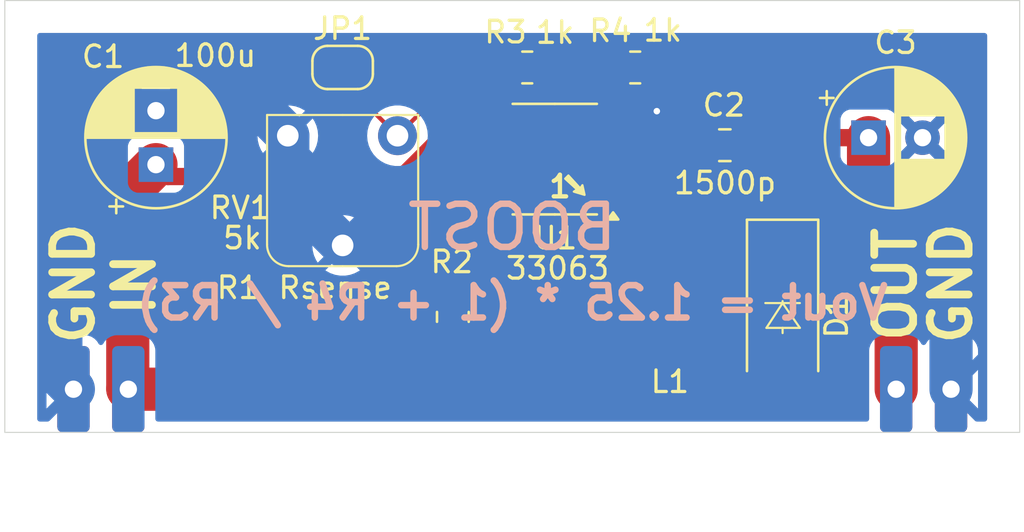
<source format=kicad_pcb>
(kicad_pcb (version 20240108) (generator "pcbnew") (generator_version "8.0")
  (layers (0 "F.Cu" signal) (31 "B.Cu" signal) (34 "B.Paste" user) (35 "F.Paste" user) (36 "B.SilkS" user "B.Silkscreen") (37 "F.SilkS" user "F.Silkscreen") (38 "B.Mask" user) (39 "F.Mask" user) (44 "Edge.Cuts" user))
  (net 0 "")
  (net 1 "Net-(U1-Dc)")
  (net 2 "GND1")
  (net 3 "/Vin")
  (net 4 "/Vout")
  (net 5 "/Ct")
  (net 6 "/Lout")
  (net 7 "/Lin")
  (net 8 "/Vfb")
  (net 9 "Net-(JP1-B)")
  (footprint "misc:0805_5mm" (layer "F.Cu") (at 63.7 66.7)
    (property "Reference" "R100" (hide yes))
    (property "Value" "1")
    (pad "1" smd roundrect (at -1.27 0) (size 1.64 5) (layers "F.Cu" "F.Paste" "F.Mask") (roundrect_rratio 0.1219512195) (net 3 "/Vin"))
    (pad "2" smd roundrect (at 1.27 0) (size 1.64 5) (layers "F.Cu" "F.Paste" "F.Mask") (roundrect_rratio 0.1219512195) (net 7 "/Lin"))
  )
  (footprint "misc:Inductor_CD54" (layer "F.Cu") (at 76.25 66.55 90)
    (property "Reference" "L1" (hide yes))
    (property "Value" "L")
    (fp_text user "${REFERENCE}" (at -1.1 4.55 0) (layer "F.SilkS"))
    (pad "1" smd rect (at 0 -1.925 90) (size 5.5 2.15) (layers "F.Cu" "F.Paste" "F.Mask") (net 7 "/Lin"))
    (pad "2" smd rect (at 0 1.925 90) (size 5.5 2.15) (layers "F.Cu" "F.Paste" "F.Mask") (net 6 "/Lout"))
  )
  (footprint "Capacitor_THT:CP_Radial_D6.3mm_P2.50mm" (layer "F.Cu") (at 57 57.6 90)
    (property "Reference" "C1" (at 5 -2.45 0) (layer "F.SilkS"))
    (property "Value" "100u" (at 5.05 2.75 0) (layer "F.SilkS"))
    (fp_line (start 1.33 -3.23) (end 1.33 3.23) (stroke (width 0.12)) (layer "F.SilkS"))
    (fp_line (start 1.29 -3.23) (end 1.29 3.23) (stroke (width 0.12)) (layer "F.SilkS"))
    (fp_line (start 1.25 -3.23) (end 1.25 3.23) (stroke (width 0.12)) (layer "F.SilkS"))
    (fp_line (start 1.37 -3.228) (end 1.37 3.228) (stroke (width 0.12)) (layer "F.SilkS"))
    (fp_line (start 1.41 -3.227) (end 1.41 3.227) (stroke (width 0.12)) (layer "F.SilkS"))
    (fp_line (start 1.45 -3.224) (end 1.45 3.224) (stroke (width 0.12)) (layer "F.SilkS"))
    (fp_line (start 1.49 -3.222) (end 1.49 -1.04) (stroke (width 0.12)) (layer "F.SilkS"))
    (fp_line (start 1.53 -3.218) (end 1.53 -1.04) (stroke (width 0.12)) (layer "F.SilkS"))
    (fp_line (start 1.57 -3.215) (end 1.57 -1.04) (stroke (width 0.12)) (layer "F.SilkS"))
    (fp_line (start 1.61 -3.211) (end 1.61 -1.04) (stroke (width 0.12)) (layer "F.SilkS"))
    (fp_line (start 1.65 -3.206) (end 1.65 -1.04) (stroke (width 0.12)) (layer "F.SilkS"))
    (fp_line (start 1.69 -3.201) (end 1.69 -1.04) (stroke (width 0.12)) (layer "F.SilkS"))
    (fp_line (start 1.73 -3.195) (end 1.73 -1.04) (stroke (width 0.12)) (layer "F.SilkS"))
    (fp_line (start 1.77 -3.189) (end 1.77 -1.04) (stroke (width 0.12)) (layer "F.SilkS"))
    (fp_line (start 1.81 -3.182) (end 1.81 -1.04) (stroke (width 0.12)) (layer "F.SilkS"))
    (fp_line (start 1.85 -3.175) (end 1.85 -1.04) (stroke (width 0.12)) (layer "F.SilkS"))
    (fp_line (start 1.89 -3.167) (end 1.89 -1.04) (stroke (width 0.12)) (layer "F.SilkS"))
    (fp_line (start 1.93 -3.159) (end 1.93 -1.04) (stroke (width 0.12)) (layer "F.SilkS"))
    (fp_line (start 1.971 -3.15) (end 1.971 -1.04) (stroke (width 0.12)) (layer "F.SilkS"))
    (fp_line (start 2.011 -3.141) (end 2.011 -1.04) (stroke (width 0.12)) (layer "F.SilkS"))
    (fp_line (start 2.051 -3.131) (end 2.051 -1.04) (stroke (width 0.12)) (layer "F.SilkS"))
    (fp_line (start 2.091 -3.121) (end 2.091 -1.04) (stroke (width 0.12)) (layer "F.SilkS"))
    (fp_line (start 2.131 -3.11) (end 2.131 -1.04) (stroke (width 0.12)) (layer "F.SilkS"))
    (fp_line (start 2.171 -3.098) (end 2.171 -1.04) (stroke (width 0.12)) (layer "F.SilkS"))
    (fp_line (start 2.211 -3.086) (end 2.211 -1.04) (stroke (width 0.12)) (layer "F.SilkS"))
    (fp_line (start 2.251 -3.074) (end 2.251 -1.04) (stroke (width 0.12)) (layer "F.SilkS"))
    (fp_line (start 2.291 -3.061) (end 2.291 -1.04) (stroke (width 0.12)) (layer "F.SilkS"))
    (fp_line (start 2.331 -3.047) (end 2.331 -1.04) (stroke (width 0.12)) (layer "F.SilkS"))
    (fp_line (start 2.371 -3.033) (end 2.371 -1.04) (stroke (width 0.12)) (layer "F.SilkS"))
    (fp_line (start 2.411 -3.018) (end 2.411 -1.04) (stroke (width 0.12)) (layer "F.SilkS"))
    (fp_line (start 2.451 -3.002) (end 2.451 -1.04) (stroke (width 0.12)) (layer "F.SilkS"))
    (fp_line (start 2.491 -2.986) (end 2.491 -1.04) (stroke (width 0.12)) (layer "F.SilkS"))
    (fp_line (start 2.531 -2.97) (end 2.531 -1.04) (stroke (width 0.12)) (layer "F.SilkS"))
    (fp_line (start 2.571 -2.952) (end 2.571 -1.04) (stroke (width 0.12)) (layer "F.SilkS"))
    (fp_line (start 2.611 -2.934) (end 2.611 -1.04) (stroke (width 0.12)) (layer "F.SilkS"))
    (fp_line (start 2.651 -2.916) (end 2.651 -1.04) (stroke (width 0.12)) (layer "F.SilkS"))
    (fp_line (start 2.691 -2.896) (end 2.691 -1.04) (stroke (width 0.12)) (layer "F.SilkS"))
    (fp_line (start 2.731 -2.876) (end 2.731 -1.04) (stroke (width 0.12)) (layer "F.SilkS"))
    (fp_line (start 2.771 -2.856) (end 2.771 -1.04) (stroke (width 0.12)) (layer "F.SilkS"))
    (fp_line (start 2.811 -2.834) (end 2.811 -1.04) (stroke (width 0.12)) (layer "F.SilkS"))
    (fp_line (start 2.851 -2.812) (end 2.851 -1.04) (stroke (width 0.12)) (layer "F.SilkS"))
    (fp_line (start 2.891 -2.79) (end 2.891 -1.04) (stroke (width 0.12)) (layer "F.SilkS"))
    (fp_line (start 2.931 -2.766) (end 2.931 -1.04) (stroke (width 0.12)) (layer "F.SilkS"))
    (fp_line (start 2.971 -2.742) (end 2.971 -1.04) (stroke (width 0.12)) (layer "F.SilkS"))
    (fp_line (start 3.011 -2.716) (end 3.011 -1.04) (stroke (width 0.12)) (layer "F.SilkS"))
    (fp_line (start 3.051 -2.69) (end 3.051 -1.04) (stroke (width 0.12)) (layer "F.SilkS"))
    (fp_line (start 3.091 -2.664) (end 3.091 -1.04) (stroke (width 0.12)) (layer "F.SilkS"))
    (fp_line (start 3.131 -2.636) (end 3.131 -1.04) (stroke (width 0.12)) (layer "F.SilkS"))
    (fp_line (start 3.171 -2.607) (end 3.171 -1.04) (stroke (width 0.12)) (layer "F.SilkS"))
    (fp_line (start 3.211 -2.578) (end 3.211 -1.04) (stroke (width 0.12)) (layer "F.SilkS"))
    (fp_line (start 3.251 -2.548) (end 3.251 -1.04) (stroke (width 0.12)) (layer "F.SilkS"))
    (fp_line (start 3.291 -2.516) (end 3.291 -1.04) (stroke (width 0.12)) (layer "F.SilkS"))
    (fp_line (start 3.331 -2.484) (end 3.331 -1.04) (stroke (width 0.12)) (layer "F.SilkS"))
    (fp_line (start 3.371 -2.45) (end 3.371 -1.04) (stroke (width 0.12)) (layer "F.SilkS"))
    (fp_line (start 3.411 -2.416) (end 3.411 -1.04) (stroke (width 0.12)) (layer "F.SilkS"))
    (fp_line (start 3.451 -2.38) (end 3.451 -1.04) (stroke (width 0.12)) (layer "F.SilkS"))
    (fp_line (start 3.491 -2.343) (end 3.491 -1.04) (stroke (width 0.12)) (layer "F.SilkS"))
    (fp_line (start 3.531 -2.305) (end 3.531 -1.04) (stroke (width 0.12)) (layer "F.SilkS"))
    (fp_line (start 3.571 -2.265) (end 3.571 2.265) (stroke (width 0.12)) (layer "F.SilkS"))
    (fp_line (start 3.611 -2.224) (end 3.611 2.224) (stroke (width 0.12)) (layer "F.SilkS"))
    (fp_line (start 3.651 -2.182) (end 3.651 2.182) (stroke (width 0.12)) (layer "F.SilkS"))
    (fp_line (start -1.935241 -2.154) (end -1.935241 -1.524) (stroke (width 0.12)) (layer "F.SilkS"))
    (fp_line (start 3.691 -2.137) (end 3.691 2.137) (stroke (width 0.12)) (layer "F.SilkS"))
    (fp_line (start 3.731 -2.092) (end 3.731 2.092) (stroke (width 0.12)) (layer "F.SilkS"))
    (fp_line (start 3.771 -2.044) (end 3.771 2.044) (stroke (width 0.12)) (layer "F.SilkS"))
    (fp_line (start 3.811 -1.995) (end 3.811 1.995) (stroke (width 0.12)) (layer "F.SilkS"))
    (fp_line (start 3.851 -1.944) (end 3.851 1.944) (stroke (width 0.12)) (layer "F.SilkS"))
    (fp_line (start 3.891 -1.89) (end 3.891 1.89) (stroke (width 0.12)) (layer "F.SilkS"))
    (fp_line (start -2.250241 -1.839) (end -1.620241 -1.839) (stroke (width 0.12)) (layer "F.SilkS"))
    (fp_line (start 3.931 -1.834) (end 3.931 1.834) (stroke (width 0.12)) (layer "F.SilkS"))
    (fp_line (start 3.971 -1.776) (end 3.971 1.776) (stroke (width 0.12)) (layer "F.SilkS"))
    (fp_line (start 4.011 -1.714) (end 4.011 1.714) (stroke (width 0.12)) (layer "F.SilkS"))
    (fp_line (start 4.051 -1.65) (end 4.051 1.65) (stroke (width 0.12)) (layer "F.SilkS"))
    (fp_line (start 4.091 -1.581) (end 4.091 1.581) (stroke (width 0.12)) (layer "F.SilkS"))
    (fp_line (start 4.131 -1.509) (end 4.131 1.509) (stroke (width 0.12)) (layer "F.SilkS"))
    (fp_line (start 4.171 -1.432) (end 4.171 1.432) (stroke (width 0.12)) (layer "F.SilkS"))
    (fp_line (start 4.211 -1.35) (end 4.211 1.35) (stroke (width 0.12)) (layer "F.SilkS"))
    (fp_line (start 4.251 -1.262) (end 4.251 1.262) (stroke (width 0.12)) (layer "F.SilkS"))
    (fp_line (start 4.291 -1.165) (end 4.291 1.165) (stroke (width 0.12)) (layer "F.SilkS"))
    (fp_line (start 4.331 -1.059) (end 4.331 1.059) (stroke (width 0.12)) (layer "F.SilkS"))
    (fp_line (start 4.371 -0.94) (end 4.371 0.94) (stroke (width 0.12)) (layer "F.SilkS"))
    (fp_line (start 4.411 -0.802) (end 4.411 0.802) (stroke (width 0.12)) (layer "F.SilkS"))
    (fp_line (start 4.451 -0.633) (end 4.451 0.633) (stroke (width 0.12)) (layer "F.SilkS"))
    (fp_line (start 4.491 -0.402) (end 4.491 0.402) (stroke (width 0.12)) (layer "F.SilkS"))
    (fp_line (start 3.531 1.04) (end 3.531 2.305) (stroke (width 0.12)) (layer "F.SilkS"))
    (fp_line (start 3.491 1.04) (end 3.491 2.343) (stroke (width 0.12)) (layer "F.SilkS"))
    (fp_line (start 3.451 1.04) (end 3.451 2.38) (stroke (width 0.12)) (layer "F.SilkS"))
    (fp_line (start 3.411 1.04) (end 3.411 2.416) (stroke (width 0.12)) (layer "F.SilkS"))
    (fp_line (start 3.371 1.04) (end 3.371 2.45) (stroke (width 0.12)) (layer "F.SilkS"))
    (fp_line (start 3.331 1.04) (end 3.331 2.484) (stroke (width 0.12)) (layer "F.SilkS"))
    (fp_line (start 3.291 1.04) (end 3.291 2.516) (stroke (width 0.12)) (layer "F.SilkS"))
    (fp_line (start 3.251 1.04) (end 3.251 2.548) (stroke (width 0.12)) (layer "F.SilkS"))
    (fp_line (start 3.211 1.04) (end 3.211 2.578) (stroke (width 0.12)) (layer "F.SilkS"))
    (fp_line (start 3.171 1.04) (end 3.171 2.607) (stroke (width 0.12)) (layer "F.SilkS"))
    (fp_line (start 3.131 1.04) (end 3.131 2.636) (stroke (width 0.12)) (layer "F.SilkS"))
    (fp_line (start 3.091 1.04) (end 3.091 2.664) (stroke (width 0.12)) (layer "F.SilkS"))
    (fp_line (start 3.051 1.04) (end 3.051 2.69) (stroke (width 0.12)) (layer "F.SilkS"))
    (fp_line (start 3.011 1.04) (end 3.011 2.716) (stroke (width 0.12)) (layer "F.SilkS"))
    (fp_line (start 2.971 1.04) (end 2.971 2.742) (stroke (width 0.12)) (layer "F.SilkS"))
    (fp_line (start 2.931 1.04) (end 2.931 2.766) (stroke (width 0.12)) (layer "F.SilkS"))
    (fp_line (start 2.891 1.04) (end 2.891 2.79) (stroke (width 0.12)) (layer "F.SilkS"))
    (fp_line (start 2.851 1.04) (end 2.851 2.812) (stroke (width 0.12)) (layer "F.SilkS"))
    (fp_line (start 2.811 1.04) (end 2.811 2.834) (stroke (width 0.12)) (layer "F.SilkS"))
    (fp_line (start 2.771 1.04) (end 2.771 2.856) (stroke (width 0.12)) (layer "F.SilkS"))
    (fp_line (start 2.731 1.04) (end 2.731 2.876) (stroke (width 0.12)) (layer "F.SilkS"))
    (fp_line (start 2.691 1.04) (end 2.691 2.896) (stroke (width 0.12)) (layer "F.SilkS"))
    (fp_line (start 2.651 1.04) (end 2.651 2.916) (stroke (width 0.12)) (layer "F.SilkS"))
    (fp_line (start 2.611 1.04) (end 2.611 2.934) (stroke (width 0.12)) (layer "F.SilkS"))
    (fp_line (start 2.571 1.04) (end 2.571 2.952) (stroke (width 0.12)) (layer "F.SilkS"))
    (fp_line (start 2.531 1.04) (end 2.531 2.97) (stroke (width 0.12)) (layer "F.SilkS"))
    (fp_line (start 2.491 1.04) (end 2.491 2.986) (stroke (width 0.12)) (layer "F.SilkS"))
    (fp_line (start 2.451 1.04) (end 2.451 3.002) (stroke (width 0.12)) (layer "F.SilkS"))
    (fp_line (start 2.411 1.04) (end 2.411 3.018) (stroke (width 0.12)) (layer "F.SilkS"))
    (fp_line (start 2.371 1.04) (end 2.371 3.033) (stroke (width 0.12)) (layer "F.SilkS"))
    (fp_line (start 2.331 1.04) (end 2.331 3.047) (stroke (width 0.12)) (layer "F.SilkS"))
    (fp_line (start 2.291 1.04) (end 2.291 3.061) (stroke (width 0.12)) (layer "F.SilkS"))
    (fp_line (start 2.251 1.04) (end 2.251 3.074) (stroke (width 0.12)) (layer "F.SilkS"))
    (fp_line (start 2.211 1.04) (end 2.211 3.086) (stroke (width 0.12)) (layer "F.SilkS"))
    (fp_line (start 2.171 1.04) (end 2.171 3.098) (stroke (width 0.12)) (layer "F.SilkS"))
    (fp_line (start 2.131 1.04) (end 2.131 3.11) (stroke (width 0.12)) (layer "F.SilkS"))
    (fp_line (start 2.091 1.04) (end 2.091 3.121) (stroke (width 0.12)) (layer "F.SilkS"))
    (fp_line (start 2.051 1.04) (end 2.051 3.131) (stroke (width 0.12)) (layer "F.SilkS"))
    (fp_line (start 2.011 1.04) (end 2.011 3.141) (stroke (width 0.12)) (layer "F.SilkS"))
    (fp_line (start 1.971 1.04) (end 1.971 3.15) (stroke (width 0.12)) (layer "F.SilkS"))
    (fp_line (start 1.93 1.04) (end 1.93 3.159) (stroke (width 0.12)) (layer "F.SilkS"))
    (fp_line (start 1.89 1.04) (end 1.89 3.167) (stroke (width 0.12)) (layer "F.SilkS"))
    (fp_line (start 1.85 1.04) (end 1.85 3.175) (stroke (width 0.12)) (layer "F.SilkS"))
    (fp_line (start 1.81 1.04) (end 1.81 3.182) (stroke (width 0.12)) (layer "F.SilkS"))
    (fp_line (start 1.77 1.04) (end 1.77 3.189) (stroke (width 0.12)) (layer "F.SilkS"))
    (fp_line (start 1.73 1.04) (end 1.73 3.195) (stroke (width 0.12)) (layer "F.SilkS"))
    (fp_line (start 1.69 1.04) (end 1.69 3.201) (stroke (width 0.12)) (layer "F.SilkS"))
    (fp_line (start 1.65 1.04) (end 1.65 3.206) (stroke (width 0.12)) (layer "F.SilkS"))
    (fp_line (start 1.61 1.04) (end 1.61 3.211) (stroke (width 0.12)) (layer "F.SilkS"))
    (fp_line (start 1.57 1.04) (end 1.57 3.215) (stroke (width 0.12)) (layer "F.SilkS"))
    (fp_line (start 1.53 1.04) (end 1.53 3.218) (stroke (width 0.12)) (layer "F.SilkS"))
    (fp_line (start 1.49 1.04) (end 1.49 3.222) (stroke (width 0.12)) (layer "F.SilkS"))
    (fp_circle (center 1.25 0) (end 4.52 0) (stroke (width 0.12)) (fill none) (layer "F.SilkS"))
    (pad "1" thru_hole rect (at 0 0 90) (size 1.6 1.6) (drill 0.8) (layers "*.Cu" "*.Mask") (net 3 "/Vin"))
    (pad "2" thru_hole circle (at 2.5 0 90) (size 1.6 1.6) (drill 0.8) (layers "*.Cu" "*.Mask") (net 2 "GND1"))
  )
  (footprint "Resistor_SMD:R_0805_2012Metric_Pad1.20x1.40mm_HandSolder" (layer "F.Cu") (at 70.75 64.65 90)
    (property "Reference" "R2" (at 2.55 -0.05 0) (layer "F.SilkS"))
    (property "Value" "180")
    (fp_line (start -0.227064 -0.735) (end 0.227064 -0.735) (stroke (width 0.12)) (layer "F.SilkS"))
    (fp_line (start -0.227064 0.735) (end 0.227064 0.735) (stroke (width 0.12)) (layer "F.SilkS"))
    (pad "1" smd roundrect (at -1 0 90) (size 1.2 1.4) (layers "F.Cu" "F.Paste" "F.Mask") (roundrect_rratio 0.208333) (net 7 "/Lin"))
    (pad "2" smd roundrect (at 1 0 90) (size 1.2 1.4) (layers "F.Cu" "F.Paste" "F.Mask") (roundrect_rratio 0.208333) (net 1 "Net-(U1-Dc)"))
  )
  (footprint "misc:trim_pot" (layer "F.Cu") (at 65.645 58.8 180)
    (property "Reference" "RV1" (at 4.745 -0.8 0) (layer "F.SilkS"))
    (property "Value" "5k" (at 4.645 -2.2 0) (layer "F.SilkS"))
    (fp_line (start 3.5 3.5) (end 3.5 -2.5) (stroke (width 0.1)) (layer "F.SilkS"))
    (fp_line (start 3.5 3.5) (end 0 3.5) (stroke (width 0.1)) (layer "F.SilkS"))
    (fp_line (start 2.5 -3.5) (end 0 -3.5) (stroke (width 0.1)) (layer "F.SilkS"))
    (fp_line (start -2.5 -3.5) (end 0 -3.5) (stroke (width 0.1)) (layer "F.SilkS"))
    (fp_line (start -3.5 3.5) (end 0 3.5) (stroke (width 0.1)) (layer "F.SilkS"))
    (fp_line (start -3.5 3.5) (end -3.5 -2.5) (stroke (width 0.1)) (layer "F.SilkS"))
    (fp_arc (start 2.5 -3.5) (mid 3.207107 -3.207107) (end 3.5 -2.5) (stroke (width 0.1)) (layer "F.SilkS"))
    (fp_arc (start -3.5 -2.5) (mid -3.207107 -3.207107) (end -2.5 -3.5) (stroke (width 0.1)) (layer "F.SilkS"))
    (pad "1" thru_hole circle (at -2.54 2.54 180) (size 1.8 1.8) (drill 1) (layers "*.Cu" "*.Mask") (net 9 "Net-(JP1-B)"))
    (pad "2" thru_hole circle (at 0 -2.54 180) (size 1.8 1.8) (drill 1) (layers "*.Cu" "*.Mask") (net 2 "GND1"))
    (pad "3" thru_hole circle (at 2.54 2.54 180) (size 1.8 1.8) (drill 1) (layers "*.Cu" "*.Mask") (net 2 "GND1"))
  )
  (footprint "Capacitor_THT:CP_Radial_D6.3mm_P2.50mm" (layer "F.Cu") (at 90 56.35)
    (property "Reference" "C3" (at 1.25 -4.4 360) (layer "F.SilkS"))
    (property "Value" "330u")
    (fp_line (start -2.250241 -1.839) (end -1.620241 -1.839) (stroke (width 0.12)) (layer "F.SilkS"))
    (fp_line (start -1.935241 -2.154) (end -1.935241 -1.524) (stroke (width 0.12)) (layer "F.SilkS"))
    (fp_line (start 1.25 -3.23) (end 1.25 3.23) (stroke (width 0.12)) (layer "F.SilkS"))
    (fp_line (start 1.29 -3.23) (end 1.29 3.23) (stroke (width 0.12)) (layer "F.SilkS"))
    (fp_line (start 1.33 -3.23) (end 1.33 3.23) (stroke (width 0.12)) (layer "F.SilkS"))
    (fp_line (start 1.37 -3.228) (end 1.37 3.228) (stroke (width 0.12)) (layer "F.SilkS"))
    (fp_line (start 1.41 -3.227) (end 1.41 3.227) (stroke (width 0.12)) (layer "F.SilkS"))
    (fp_line (start 1.45 -3.224) (end 1.45 3.224) (stroke (width 0.12)) (layer "F.SilkS"))
    (fp_line (start 1.49 -3.222) (end 1.49 -1.04) (stroke (width 0.12)) (layer "F.SilkS"))
    (fp_line (start 1.49 1.04) (end 1.49 3.222) (stroke (width 0.12)) (layer "F.SilkS"))
    (fp_line (start 1.53 -3.218) (end 1.53 -1.04) (stroke (width 0.12)) (layer "F.SilkS"))
    (fp_line (start 1.53 1.04) (end 1.53 3.218) (stroke (width 0.12)) (layer "F.SilkS"))
    (fp_line (start 1.57 -3.215) (end 1.57 -1.04) (stroke (width 0.12)) (layer "F.SilkS"))
    (fp_line (start 1.57 1.04) (end 1.57 3.215) (stroke (width 0.12)) (layer "F.SilkS"))
    (fp_line (start 1.61 -3.211) (end 1.61 -1.04) (stroke (width 0.12)) (layer "F.SilkS"))
    (fp_line (start 1.61 1.04) (end 1.61 3.211) (stroke (width 0.12)) (layer "F.SilkS"))
    (fp_line (start 1.65 -3.206) (end 1.65 -1.04) (stroke (width 0.12)) (layer "F.SilkS"))
    (fp_line (start 1.65 1.04) (end 1.65 3.206) (stroke (width 0.12)) (layer "F.SilkS"))
    (fp_line (start 1.69 -3.201) (end 1.69 -1.04) (stroke (width 0.12)) (layer "F.SilkS"))
    (fp_line (start 1.69 1.04) (end 1.69 3.201) (stroke (width 0.12)) (layer "F.SilkS"))
    (fp_line (start 1.73 -3.195) (end 1.73 -1.04) (stroke (width 0.12)) (layer "F.SilkS"))
    (fp_line (start 1.73 1.04) (end 1.73 3.195) (stroke (width 0.12)) (layer "F.SilkS"))
    (fp_line (start 1.77 -3.189) (end 1.77 -1.04) (stroke (width 0.12)) (layer "F.SilkS"))
    (fp_line (start 1.77 1.04) (end 1.77 3.189) (stroke (width 0.12)) (layer "F.SilkS"))
    (fp_line (start 1.81 -3.182) (end 1.81 -1.04) (stroke (width 0.12)) (layer "F.SilkS"))
    (fp_line (start 1.81 1.04) (end 1.81 3.182) (stroke (width 0.12)) (layer "F.SilkS"))
    (fp_line (start 1.85 -3.175) (end 1.85 -1.04) (stroke (width 0.12)) (layer "F.SilkS"))
    (fp_line (start 1.85 1.04) (end 1.85 3.175) (stroke (width 0.12)) (layer "F.SilkS"))
    (fp_line (start 1.89 -3.167) (end 1.89 -1.04) (stroke (width 0.12)) (layer "F.SilkS"))
    (fp_line (start 1.89 1.04) (end 1.89 3.167) (stroke (width 0.12)) (layer "F.SilkS"))
    (fp_line (start 1.93 -3.159) (end 1.93 -1.04) (stroke (width 0.12)) (layer "F.SilkS"))
    (fp_line (start 1.93 1.04) (end 1.93 3.159) (stroke (width 0.12)) (layer "F.SilkS"))
    (fp_line (start 1.971 -3.15) (end 1.971 -1.04) (stroke (width 0.12)) (layer "F.SilkS"))
    (fp_line (start 1.971 1.04) (end 1.971 3.15) (stroke (width 0.12)) (layer "F.SilkS"))
    (fp_line (start 2.011 -3.141) (end 2.011 -1.04) (stroke (width 0.12)) (layer "F.SilkS"))
    (fp_line (start 2.011 1.04) (end 2.011 3.141) (stroke (width 0.12)) (layer "F.SilkS"))
    (fp_line (start 2.051 -3.131) (end 2.051 -1.04) (stroke (width 0.12)) (layer "F.SilkS"))
    (fp_line (start 2.051 1.04) (end 2.051 3.131) (stroke (width 0.12)) (layer "F.SilkS"))
    (fp_line (start 2.091 -3.121) (end 2.091 -1.04) (stroke (width 0.12)) (layer "F.SilkS"))
    (fp_line (start 2.091 1.04) (end 2.091 3.121) (stroke (width 0.12)) (layer "F.SilkS"))
    (fp_line (start 2.131 -3.11) (end 2.131 -1.04) (stroke (width 0.12)) (layer "F.SilkS"))
    (fp_line (start 2.131 1.04) (end 2.131 3.11) (stroke (width 0.12)) (layer "F.SilkS"))
    (fp_line (start 2.171 -3.098) (end 2.171 -1.04) (stroke (width 0.12)) (layer "F.SilkS"))
    (fp_line (start 2.171 1.04) (end 2.171 3.098) (stroke (width 0.12)) (layer "F.SilkS"))
    (fp_line (start 2.211 -3.086) (end 2.211 -1.04) (stroke (width 0.12)) (layer "F.SilkS"))
    (fp_line (start 2.211 1.04) (end 2.211 3.086) (stroke (width 0.12)) (layer "F.SilkS"))
    (fp_line (start 2.251 -3.074) (end 2.251 -1.04) (stroke (width 0.12)) (layer "F.SilkS"))
    (fp_line (start 2.251 1.04) (end 2.251 3.074) (stroke (width 0.12)) (layer "F.SilkS"))
    (fp_line (start 2.291 -3.061) (end 2.291 -1.04) (stroke (width 0.12)) (layer "F.SilkS"))
    (fp_line (start 2.291 1.04) (end 2.291 3.061) (stroke (width 0.12)) (layer "F.SilkS"))
    (fp_line (start 2.331 -3.047) (end 2.331 -1.04) (stroke (width 0.12)) (layer "F.SilkS"))
    (fp_line (start 2.331 1.04) (end 2.331 3.047) (stroke (width 0.12)) (layer "F.SilkS"))
    (fp_line (start 2.371 -3.033) (end 2.371 -1.04) (stroke (width 0.12)) (layer "F.SilkS"))
    (fp_line (start 2.371 1.04) (end 2.371 3.033) (stroke (width 0.12)) (layer "F.SilkS"))
    (fp_line (start 2.411 -3.018) (end 2.411 -1.04) (stroke (width 0.12)) (layer "F.SilkS"))
    (fp_line (start 2.411 1.04) (end 2.411 3.018) (stroke (width 0.12)) (layer "F.SilkS"))
    (fp_line (start 2.451 -3.002) (end 2.451 -1.04) (stroke (width 0.12)) (layer "F.SilkS"))
    (fp_line (start 2.451 1.04) (end 2.451 3.002) (stroke (width 0.12)) (layer "F.SilkS"))
    (fp_line (start 2.491 -2.986) (end 2.491 -1.04) (stroke (width 0.12)) (layer "F.SilkS"))
    (fp_line (start 2.491 1.04) (end 2.491 2.986) (stroke (width 0.12)) (layer "F.SilkS"))
    (fp_line (start 2.531 -2.97) (end 2.531 -1.04) (stroke (width 0.12)) (layer "F.SilkS"))
    (fp_line (start 2.531 1.04) (end 2.531 2.97) (stroke (width 0.12)) (layer "F.SilkS"))
    (fp_line (start 2.571 -2.952) (end 2.571 -1.04) (stroke (width 0.12)) (layer "F.SilkS"))
    (fp_line (start 2.571 1.04) (end 2.571 2.952) (stroke (width 0.12)) (layer "F.SilkS"))
    (fp_line (start 2.611 -2.934) (end 2.611 -1.04) (stroke (width 0.12)) (layer "F.SilkS"))
    (fp_line (start 2.611 1.04) (end 2.611 2.934) (stroke (width 0.12)) (layer "F.SilkS"))
    (fp_line (start 2.651 -2.916) (end 2.651 -1.04) (stroke (width 0.12)) (layer "F.SilkS"))
    (fp_line (start 2.651 1.04) (end 2.651 2.916) (stroke (width 0.12)) (layer "F.SilkS"))
    (fp_line (start 2.691 -2.896) (end 2.691 -1.04) (stroke (width 0.12)) (layer "F.SilkS"))
    (fp_line (start 2.691 1.04) (end 2.691 2.896) (stroke (width 0.12)) (layer "F.SilkS"))
    (fp_line (start 2.731 -2.876) (end 2.731 -1.04) (stroke (width 0.12)) (layer "F.SilkS"))
    (fp_line (start 2.731 1.04) (end 2.731 2.876) (stroke (width 0.12)) (layer "F.SilkS"))
    (fp_line (start 2.771 -2.856) (end 2.771 -1.04) (stroke (width 0.12)) (layer "F.SilkS"))
    (fp_line (start 2.771 1.04) (end 2.771 2.856) (stroke (width 0.12)) (layer "F.SilkS"))
    (fp_line (start 2.811 -2.834) (end 2.811 -1.04) (stroke (width 0.12)) (layer "F.SilkS"))
    (fp_line (start 2.811 1.04) (end 2.811 2.834) (stroke (width 0.12)) (layer "F.SilkS"))
    (fp_line (start 2.851 -2.812) (end 2.851 -1.04) (stroke (width 0.12)) (layer "F.SilkS"))
    (fp_line (start 2.851 1.04) (end 2.851 2.812) (stroke (width 0.12)) (layer "F.SilkS"))
    (fp_line (start 2.891 -2.79) (end 2.891 -1.04) (stroke (width 0.12)) (layer "F.SilkS"))
    (fp_line (start 2.891 1.04) (end 2.891 2.79) (stroke (width 0.12)) (layer "F.SilkS"))
    (fp_line (start 2.931 -2.766) (end 2.931 -1.04) (stroke (width 0.12)) (layer "F.SilkS"))
    (fp_line (start 2.931 1.04) (end 2.931 2.766) (stroke (width 0.12)) (layer "F.SilkS"))
    (fp_line (start 2.971 -2.742) (end 2.971 -1.04) (stroke (width 0.12)) (layer "F.SilkS"))
    (fp_line (start 2.971 1.04) (end 2.971 2.742) (stroke (width 0.12)) (layer "F.SilkS"))
    (fp_line (start 3.011 -2.716) (end 3.011 -1.04) (stroke (width 0.12)) (layer "F.SilkS"))
    (fp_line (start 3.011 1.04) (end 3.011 2.716) (stroke (width 0.12)) (layer "F.SilkS"))
    (fp_line (start 3.051 -2.69) (end 3.051 -1.04) (stroke (width 0.12)) (layer "F.SilkS"))
    (fp_line (start 3.051 1.04) (end 3.051 2.69) (stroke (width 0.12)) (layer "F.SilkS"))
    (fp_line (start 3.091 -2.664) (end 3.091 -1.04) (stroke (width 0.12)) (layer "F.SilkS"))
    (fp_line (start 3.091 1.04) (end 3.091 2.664) (stroke (width 0.12)) (layer "F.SilkS"))
    (fp_line (start 3.131 -2.636) (end 3.131 -1.04) (stroke (width 0.12)) (layer "F.SilkS"))
    (fp_line (start 3.131 1.04) (end 3.131 2.636) (stroke (width 0.12)) (layer "F.SilkS"))
    (fp_line (start 3.171 -2.607) (end 3.171 -1.04) (stroke (width 0.12)) (layer "F.SilkS"))
    (fp_line (start 3.171 1.04) (end 3.171 2.607) (stroke (width 0.12)) (layer "F.SilkS"))
    (fp_line (start 3.211 -2.578) (end 3.211 -1.04) (stroke (width 0.12)) (layer "F.SilkS"))
    (fp_line (start 3.211 1.04) (end 3.211 2.578) (stroke (width 0.12)) (layer "F.SilkS"))
    (fp_line (start 3.251 -2.548) (end 3.251 -1.04) (stroke (width 0.12)) (layer "F.SilkS"))
    (fp_line (start 3.251 1.04) (end 3.251 2.548) (stroke (width 0.12)) (layer "F.SilkS"))
    (fp_line (start 3.291 -2.516) (end 3.291 -1.04) (stroke (width 0.12)) (layer "F.SilkS"))
    (fp_line (start 3.291 1.04) (end 3.291 2.516) (stroke (width 0.12)) (layer "F.SilkS"))
    (fp_line (start 3.331 -2.484) (end 3.331 -1.04) (stroke (width 0.12)) (layer "F.SilkS"))
    (fp_line (start 3.331 1.04) (end 3.331 2.484) (stroke (width 0.12)) (layer "F.SilkS"))
    (fp_line (start 3.371 -2.45) (end 3.371 -1.04) (stroke (width 0.12)) (layer "F.SilkS"))
    (fp_line (start 3.371 1.04) (end 3.371 2.45) (stroke (width 0.12)) (layer "F.SilkS"))
    (fp_line (start 3.411 -2.416) (end 3.411 -1.04) (stroke (width 0.12)) (layer "F.SilkS"))
    (fp_line (start 3.411 1.04) (end 3.411 2.416) (stroke (width 0.12)) (layer "F.SilkS"))
    (fp_line (start 3.451 -2.38) (end 3.451 -1.04) (stroke (width 0.12)) (layer "F.SilkS"))
    (fp_line (start 3.451 1.04) (end 3.451 2.38) (stroke (width 0.12)) (layer "F.SilkS"))
    (fp_line (start 3.491 -2.343) (end 3.491 -1.04) (stroke (width 0.12)) (layer "F.SilkS"))
    (fp_line (start 3.491 1.04) (end 3.491 2.343) (stroke (width 0.12)) (layer "F.SilkS"))
    (fp_line (start 3.531 -2.305) (end 3.531 -1.04) (stroke (width 0.12)) (layer "F.SilkS"))
    (fp_line (start 3.531 1.04) (end 3.531 2.305) (stroke (width 0.12)) (layer "F.SilkS"))
    (fp_line (start 3.571 -2.265) (end 3.571 2.265) (stroke (width 0.12)) (layer "F.SilkS"))
    (fp_line (start 3.611 -2.224) (end 3.611 2.224) (stroke (width 0.12)) (layer "F.SilkS"))
    (fp_line (start 3.651 -2.182) (end 3.651 2.182) (stroke (width 0.12)) (layer "F.SilkS"))
    (fp_line (start 3.691 -2.137) (end 3.691 2.137) (stroke (width 0.12)) (layer "F.SilkS"))
    (fp_line (start 3.731 -2.092) (end 3.731 2.092) (stroke (width 0.12)) (layer "F.SilkS"))
    (fp_line (start 3.771 -2.044) (end 3.771 2.044) (stroke (width 0.12)) (layer "F.SilkS"))
    (fp_line (start 3.811 -1.995) (end 3.811 1.995) (stroke (width 0.12)) (layer "F.SilkS"))
    (fp_line (start 3.851 -1.944) (end 3.851 1.944) (stroke (width 0.12)) (layer "F.SilkS"))
    (fp_line (start 3.891 -1.89) (end 3.891 1.89) (stroke (width 0.12)) (layer "F.SilkS"))
    (fp_line (start 3.931 -1.834) (end 3.931 1.834) (stroke (width 0.12)) (layer "F.SilkS"))
    (fp_line (start 3.971 -1.776) (end 3.971 1.776) (stroke (width 0.12)) (layer "F.SilkS"))
    (fp_line (start 4.011 -1.714) (end 4.011 1.714) (stroke (width 0.12)) (layer "F.SilkS"))
    (fp_line (start 4.051 -1.65) (end 4.051 1.65) (stroke (width 0.12)) (layer "F.SilkS"))
    (fp_line (start 4.091 -1.581) (end 4.091 1.581) (stroke (width 0.12)) (layer "F.SilkS"))
    (fp_line (start 4.131 -1.509) (end 4.131 1.509) (stroke (width 0.12)) (layer "F.SilkS"))
    (fp_line (start 4.171 -1.432) (end 4.171 1.432) (stroke (width 0.12)) (layer "F.SilkS"))
    (fp_line (start 4.211 -1.35) (end 4.211 1.35) (stroke (width 0.12)) (layer "F.SilkS"))
    (fp_line (start 4.251 -1.262) (end 4.251 1.262) (stroke (width 0.12)) (layer "F.SilkS"))
    (fp_line (start 4.291 -1.165) (end 4.291 1.165) (stroke (width 0.12)) (layer "F.SilkS"))
    (fp_line (start 4.331 -1.059) (end 4.331 1.059) (stroke (width 0.12)) (layer "F.SilkS"))
    (fp_line (start 4.371 -0.94) (end 4.371 0.94) (stroke (width 0.12)) (layer "F.SilkS"))
    (fp_line (start 4.411 -0.802) (end 4.411 0.802) (stroke (width 0.12)) (layer "F.SilkS"))
    (fp_line (start 4.451 -0.633) (end 4.451 0.633) (stroke (width 0.12)) (layer "F.SilkS"))
    (fp_line (start 4.491 -0.402) (end 4.491 0.402) (stroke (width 0.12)) (layer "F.SilkS"))
    (fp_circle (center 1.25 0) (end 4.52 0) (stroke (width 0.12)) (fill none) (layer "F.SilkS"))
    (pad "1" thru_hole rect (at 0 0) (size 1.6 1.6) (drill 0.8) (layers "*.Cu" "*.Mask") (net 4 "/Vout"))
    (pad "2" thru_hole circle (at 2.5 0) (size 1.6 1.6) (drill 0.8) (layers "*.Cu" "*.Mask") (net 2 "GND1"))
  )
  (footprint "Resistor_SMD:R_0805_2012Metric_Pad1.20x1.40mm_HandSolder" (layer "F.Cu") (at 74.195 53.1)
    (property "Reference" "R3" (at -1.005 -1.64 0) (layer "F.SilkS"))
    (property "Value" "1k" (at 1.285 -1.62 0) (layer "F.SilkS"))
    (fp_line (start -0.227064 -0.735) (end 0.227064 -0.735) (stroke (width 0.12)) (layer "F.SilkS"))
    (fp_line (start -0.227064 0.735) (end 0.227064 0.735) (stroke (width 0.12)) (layer "F.SilkS"))
    (pad "1" smd roundrect (at -1 0) (size 1.2 1.4) (layers "F.Cu" "F.Paste" "F.Mask") (roundrect_rratio 0.208333) (net 9 "Net-(JP1-B)"))
    (pad "2" smd roundrect (at 1 0) (size 1.2 1.4) (layers "F.Cu" "F.Paste" "F.Mask") (roundrect_rratio 0.208333) (net 8 "/Vfb"))
  )
  (footprint "Resistor_SMD:R_2512_6332Metric_Pad1.40x3.35mm_HandSolder" (layer "F.Cu") (at 63.7 67.45 180)
    (property "Reference" "R1" (at 2.9 4.15 0) (layer "F.SilkS"))
    (property "Value" "Rsense" (at -1.6 4.15 0) (layer "F.SilkS"))
    (pad "1" smd roundrect (at -3.05 0 180) (size 1.4 3.35) (layers "F.Cu" "F.Paste" "F.Mask") (roundrect_rratio 0.178571) (net 7 "/Lin"))
    (pad "2" smd roundrect (at 3.05 0 180) (size 1.4 3.35) (layers "F.Cu" "F.Paste" "F.Mask") (roundrect_rratio 0.178571) (net 3 "/Vin"))
  )
  (footprint "Jumper:SolderJumper-2_P1.3mm_Open_RoundedPad1.0x1.5mm" (layer "F.Cu") (at 65.645 53.1)
    (property "Reference" "JP1" (at 0 -1.8 0) (layer "F.SilkS"))
    (property "Value" "FIXED")
    (fp_line (start -1.4 0.3) (end -1.4 -0.3) (stroke (width 0.12)) (layer "F.SilkS"))
    (fp_line (start -0.7 -1) (end 0.7 -1) (stroke (width 0.12)) (layer "F.SilkS"))
    (fp_line (start 0.7 1) (end -0.7 1) (stroke (width 0.12)) (layer "F.SilkS"))
    (fp_line (start 1.4 -0.3) (end 1.4 0.3) (stroke (width 0.12)) (layer "F.SilkS"))
    (fp_arc (start -1.4 -0.3) (mid -1.194975 -0.794975) (end -0.7 -1) (stroke (width 0.12)) (layer "F.SilkS"))
    (fp_arc (start -0.7 1) (mid -1.194975 0.794975) (end -1.4 0.3) (stroke (width 0.12)) (layer "F.SilkS"))
    (fp_arc (start 0.7 -1) (mid 1.194975 -0.794975) (end 1.4 -0.3) (stroke (width 0.12)) (layer "F.SilkS"))
    (fp_arc (start 1.4 0.3) (mid 1.194975 0.794975) (end 0.7 1) (stroke (width 0.12)) (layer "F.SilkS"))
    (pad "1" smd custom (at -0.65 0) (size 1 0.5) (layers "F.Cu" "F.Mask") (net 2 "GND1") (options (clearance outline) (anchor rect)) (primitives (gr_circle (center 0 0.25) (end 0.5 0.25) (width 0) (fill yes)) (gr_circle (center 0 -0.25) (end 0.5 -0.25) (width 0) (fill yes)) (gr_poly (pts (xy 0.5 0.75) (xy 0 0.75) (xy 0 -0.75) (xy 0.5 -0.75)) (width 0) (fill yes))))
    (pad "2" smd custom (at 0.65 0) (size 1 0.5) (layers "F.Cu" "F.Mask") (net 9 "Net-(JP1-B)") (options (clearance outline) (anchor rect)) (primitives (gr_circle (center 0 0.25) (end 0.5 0.25) (width 0) (fill yes)) (gr_circle (center 0 -0.25) (end 0.5 -0.25) (width 0) (fill yes)) (gr_poly (pts (xy 0 0.75) (xy -0.5 0.75) (xy -0.5 -0.75) (xy 0 -0.75)) (width 0) (fill yes))))
  )
  (footprint "misc:sip_edge_2_no_slot" (layer "F.Cu") (at 92.55 70)
    (property "Reference" "J2" (hide yes))
    (property "Value" "Conn_01x02")
    (pad "1" thru_hole roundrect (at -1.27 -2) (size 1.5 4) (drill 0.8) (layers "*.Cu" "*.Mask") (roundrect_rratio 0.1666666667) (net 4 "/Vout"))
    (pad "2" thru_hole roundrect (at 1.27 -2) (size 1.5 4) (drill 0.8) (layers "*.Cu" "*.Mask") (roundrect_rratio 0.1666666667) (net 2 "GND1"))
  )
  (footprint "misc:D_SMA_Handsoldering_with_symbol" (layer "F.Cu") (at 86.02 64.66 -90)
    (property "Reference" "D1" (at 0 -2.5 90) (layer "F.SilkS"))
    (property "Value" "M4")
    (fp_line (start -4.51 1.65) (end 2.5 1.65) (stroke (width 0.12)) (layer "F.SilkS"))
    (fp_line (start -0.65 0.8) (end -0.65 -0.8) (stroke (width 0.1)) (layer "F.SilkS"))
    (fp_line (start 0.5 0.75) (end 0.5 0) (stroke (width 0.1)) (layer "F.SilkS"))
    (fp_line (start -0.65 0) (end 0.5 0.75) (stroke (width 0.1)) (layer "F.SilkS"))
    (fp_line (start -0.65 0) (end -0.74 0) (stroke (width 0.1)) (layer "F.SilkS"))
    (fp_line (start 0.5 0) (end 0.74 0) (stroke (width 0.1)) (layer "F.SilkS"))
    (fp_line (start 0.5 0) (end 0.5 -0.8) (stroke (width 0.1)) (layer "F.SilkS"))
    (fp_line (start 0.5 -0.8) (end -0.65 0) (stroke (width 0.1)) (layer "F.SilkS"))
    (fp_line (start -4.51 -1.65) (end -4.51 1.65) (stroke (width 0.12)) (layer "F.SilkS"))
    (fp_line (start -4.51 -1.65) (end 2.5 -1.65) (stroke (width 0.12)) (layer "F.SilkS"))
    (pad "1" smd roundrect (at -2.5 0 270) (size 3.5 1.8) (layers "F.Cu" "F.Paste" "F.Mask") (roundrect_rratio 0.1388888889) (net 4 "/Vout"))
    (pad "2" smd roundrect (at 2.5 0 270) (size 3.5 1.8) (layers "F.Cu" "F.Paste" "F.Mask") (roundrect_rratio 0.1388888889) (net 6 "/Lout"))
  )
  (footprint "Resistor_SMD:R_0805_2012Metric_Pad1.20x1.40mm_HandSolder" (layer "F.Cu") (at 79.195 53.1)
    (property "Reference" "R4" (at -1.145 -1.7 0) (layer "F.SilkS"))
    (property "Value" "1k" (at 1.275 -1.72 0) (layer "F.SilkS"))
    (fp_line (start -0.227064 -0.735) (end 0.227064 -0.735) (stroke (width 0.12)) (layer "F.SilkS"))
    (fp_line (start -0.227064 0.735) (end 0.227064 0.735) (stroke (width 0.12)) (layer "F.SilkS"))
    (pad "1" smd roundrect (at -1 0) (size 1.2 1.4) (layers "F.Cu" "F.Paste" "F.Mask") (roundrect_rratio 0.208333) (net 8 "/Vfb"))
    (pad "2" smd roundrect (at 1 0) (size 1.2 1.4) (layers "F.Cu" "F.Paste" "F.Mask") (roundrect_rratio 0.208333) (net 4 "/Vout"))
  )
  (footprint "Package_SO:SOIC-8_3.9x4.9mm_P1.27mm" (layer "F.Cu") (at 75.47 57.345 180)
    (property "Reference" "U1" (at -0.03 -3.655 0) (layer "F.SilkS"))
    (property "Value" "33063" (at -0.13 -5.055 0) (layer "F.SilkS"))
    (fp_line (start 0 2.56) (end 1.95 2.56) (stroke (width 0.12)) (layer "F.SilkS"))
    (fp_line (start 0 2.56) (end -1.95 2.56) (stroke (width 0.12)) (layer "F.SilkS"))
    (fp_line (start 0 -2.56) (end 1.95 -2.56) (stroke (width 0.12)) (layer "F.SilkS"))
    (fp_line (start 0 -2.56) (end -1.95 -2.56) (stroke (width 0.12)) (layer "F.SilkS"))
    (fp_poly (pts (xy -2.7 -2.465) (xy -2.94 -2.795) (xy -2.46 -2.795) (xy -2.7 -2.465)) (stroke (width 0.12)) (fill solid) (layer "F.SilkS"))
    (pad "1" smd roundrect (at -2.475 -1.905 180) (size 1.95 0.6) (layers "F.Cu" "F.Paste" "F.Mask") (net 6 "/Lout"))
    (pad "2" smd roundrect (at -2.475 -0.635 180) (size 1.95 0.6) (layers "F.Cu" "F.Paste" "F.Mask") (net 4 "/Vout"))
    (pad "3" smd roundrect (at -2.475 0.635 180) (size 1.95 0.6) (layers "F.Cu" "F.Paste" "F.Mask") (net 5 "/Ct"))
    (pad "4" smd roundrect (at -2.475 1.905 180) (size 1.95 0.6) (layers "F.Cu" "F.Paste" "F.Mask") (net 2 "GND1"))
    (pad "5" smd roundrect (at 2.475 1.905 180) (size 1.95 0.6) (layers "F.Cu" "F.Paste" "F.Mask") (net 8 "/Vfb"))
    (pad "6" smd roundrect (at 2.475 0.635 180) (size 1.95 0.6) (layers "F.Cu" "F.Paste" "F.Mask") (net 3 "/Vin"))
    (pad "7" smd roundrect (at 2.475 -0.635 180) (size 1.95 0.6) (layers "F.Cu" "F.Paste" "F.Mask") (net 7 "/Lin"))
    (pad "8" smd roundrect (at 2.475 -1.905 180) (size 1.95 0.6) (layers "F.Cu" "F.Paste" "F.Mask") (net 1 "Net-(U1-Dc)"))
  )
  (footprint "Capacitor_SMD:C_0805_2012Metric_Pad1.18x1.45mm_HandSolder" (layer "F.Cu") (at 83.345 56.7)
    (property "Reference" "C2" (at -0.045 -1.85 0) (layer "F.SilkS"))
    (property "Value" "1500p" (at 0.01 1.75 0) (layer "F.SilkS"))
    (fp_line (start -0.261252 -0.735) (end 0.261252 -0.735) (stroke (width 0.12)) (layer "F.SilkS"))
    (fp_line (start -0.261252 0.735) (end 0.261252 0.735) (stroke (width 0.12)) (layer "F.SilkS"))
    (pad "1" smd roundrect (at -1.0375 0) (size 1.175 1.45) (layers "F.Cu" "F.Paste" "F.Mask") (roundrect_rratio 0.212766) (net 5 "/Ct"))
    (pad "2" smd roundrect (at 1.0375 0) (size 1.175 1.45) (layers "F.Cu" "F.Paste" "F.Mask") (roundrect_rratio 0.212766) (net 2 "GND1"))
  )
  (footprint "misc:sip_edge_2_no_slot" (layer "F.Cu") (at 54.45 70)
    (property "Reference" "J1" (hide yes))
    (property "Value" "Conn_01x02")
    (pad "1" thru_hole roundrect (at -1.27 -2) (size 1.5 4) (drill 0.8) (layers "*.Cu" "*.Mask") (roundrect_rratio 0.1666666667) (net 2 "GND1"))
    (pad "2" thru_hole roundrect (at 1.27 -2) (size 1.5 4) (drill 0.8) (layers "*.Cu" "*.Mask") (roundrect_rratio 0.1666666667) (net 3 "/Vin"))
  )
  (gr_poly (pts (xy 76.85 59) (xy 76.75 58.55) (xy 76.65 58.7) (xy 76.1 58.1) (xy 75.95 58.25) (xy 76.5 58.75) (xy 76.35 58.85)) (stroke (width 0.1)) (fill solid) (layer "F.SilkS"))
  (gr_rect (start 50 50) (end 97 70) (stroke (width 0.05)) (fill none) (layer "Edge.Cuts"))
  (gr_text "BOOST" (at 73.5 60.5 0) (layer "B.SilkS") (effects (font (size 2 2) (thickness 0.3)) (justify mirror)))
  (gr_text "Vout = 1.25 * (1 + R4 / R3)" (at 73.5 64 0) (layer "B.SilkS") (effects (font (size 1.5 1.5) (thickness 0.3) (bold yes)) (justify mirror)))
  (gr_text "GND" (at 53.18 63.1 90) (layer "F.SilkS") (effects (font (size 1.8 1.8) (thickness 0.36) (bold yes))))
  (gr_text "GND" (at 93.82 63.1 90) (layer "F.SilkS") (effects (font (size 1.8 1.8) (thickness 0.36) (bold yes))))
  (gr_text "IN" (at 56 63.15 90) (layer "F.SilkS") (effects (font (size 1.8 1.8) (thickness 0.36) (bold yes))))
  (gr_text "OUT" (at 91.25 63.15 90) (layer "F.SilkS") (effects (font (size 1.8 1.8) (thickness 0.36) (bold yes))))
  (gr_text "1" (at 75.1 59.2 0) (layer "F.SilkS") (effects (font (size 1 1) (thickness 0.2) (bold yes)) (justify left bottom)))
  (segment (start 70.7 63.7) (end 72.995 61.405) (width 0.8) (layer "F.Cu") (net 1))
  (segment (start 72.995 61.405) (end 72.995 59.25) (width 0.8) (layer "F.Cu") (net 1))
  (segment (start 64.995 54.37) (end 63.105 56.26) (width 0.2) (layer "F.Cu") (net 2))
  (segment (start 79.877857 55.44) (end 80.195 55.122857) (width 0.8) (layer "F.Cu") (net 2))
  (segment (start 80.195 55.122857) (end 80.217857 55.1) (width 0.8) (layer "F.Cu") (net 2))
  (segment (start 80.195 55.122857) (end 80.172143 55.1) (width 0.8) (layer "F.Cu") (net 2))
  (segment (start 80.195 55.122857) (end 82.805357 55.122857) (width 0.8) (layer "F.Cu") (net 2))
  (segment (start 77.945 55.44) (end 79.877857 55.44) (width 0.8) (layer "F.Cu") (net 2))
  (segment (start 82.805357 55.122857) (end 84.3825 56.7) (width 0.8) (layer "F.Cu") (net 2))
  (segment (start 64.995 53.1) (end 64.995 54.37) (width 0.2) (layer "F.Cu") (net 2))
  (via (at 80.195 55.122857) (size 0.6) (drill 0.3) (layers "F.Cu" "B.Cu") (net 2))
  (segment (start 93.82 68) (end 93.82 62.675) (width 2) (layer "B.Cu") (net 2))
  (segment (start 55.195 55.1) (end 61.945 55.1) (width 2) (layer "B.Cu") (net 2))
  (segment (start 55.195 55.1) (end 57 55.1) (width 2) (layer "B.Cu") (net 2))
  (segment (start 53.175 68) (end 52.595 67.42) (width 2) (layer "B.Cu") (net 2))
  (segment (start 80.195 59.75) (end 80.245 59.8) (width 0.8) (layer "B.Cu") (net 2))
  (segment (start 93.82 58.89) (end 93.82 57.67) (width 0.6) (layer "B.Cu") (net 2))
  (segment (start 91.855 58.89) (end 93.82 58.89) (width 2) (layer "B.Cu") (net 2))
  (segment (start 90.945 59.8) (end 91.855 58.89) (width 2) (layer "B.Cu") (net 2))
  (segment (start 53.175 68) (end 53.175 66.15) (width 0.8) (layer "B.Cu") (net 2))
  (segment (start 52.595 67.42) (end 52.595 57.7) (width 2) (layer "B.Cu") (net 2))
  (segment (start 66.285 61.34) (end 67.825 59.8) (width 2) (layer "B.Cu") (net 2))
  (segment (start 52.595 57.7) (end 55.195 55.1) (width 2) (layer "B.Cu") (net 2))
  (segment (start 61.945 55.1) (end 63.105 56.26) (width 2) (layer "B.Cu") (net 2))
  (segment (start 93.82 62.675) (end 90.945 59.8) (width 2) (layer "B.Cu") (net 2))
  (segment (start 63.105 58.8) (end 65.645 61.34) (width 2) (layer "B.Cu") (net 2))
  (segment (start 67.825 59.8) (end 80.245 59.8) (width 2) (layer "B.Cu") (net 2))
  (segment (start 93.82 57.67) (end 92.5 56.35) (width 0.6) (layer "B.Cu") (net 2))
  (segment (start 65.645 61.34) (end 66.285 61.34) (width 2) (layer "B.Cu") (net 2))
  (segment (start 80.195 55.122857) (end 80.195 59.75) (width 0.8) (layer "B.Cu") (net 2))
  (segment (start 90.945 59.8) (end 80.245 59.8) (width 2) (layer "B.Cu") (net 2))
  (segment (start 63.105 56.26) (end 63.105 58.8) (width 2) (layer "B.Cu") (net 2))
  (segment (start 69.856321 56.71) (end 72.995 56.71) (width 0.8) (layer "F.Cu") (net 3))
  (segment (start 61.4 66.7) (end 60.65 67.45) (width 0.8) (layer "F.Cu") (net 3))
  (segment (start 60.65 67.45) (end 60.1 68) (width 0.8) (layer "F.Cu") (net 3))
  (segment (start 68.416321 58.15) (end 69.856321 56.71) (width 0.8) (layer "F.Cu") (net 3))
  (segment (start 57.55 58.15) (end 68.416321 58.15) (width 0.8) (layer "F.Cu") (net 3))
  (segment (start 57 57.6) (end 55.695 58.905) (width 2) (layer "F.Cu") (net 3))
  (segment (start 62.43 66.7) (end 61.4 66.7) (width 0.8) (layer "F.Cu") (net 3))
  (segment (start 57 57.6) (end 57.55 58.15) (width 0.8) (layer "F.Cu") (net 3))
  (segment (start 55.695 64.13) (end 55.695 67.98) (width 2) (layer "F.Cu") (net 3))
  (segment (start 55.695 67.98) (end 55.715 68) (width 2) (layer "F.Cu") (net 3))
  (segment (start 55.695 58.905) (end 55.695 64.13) (width 2) (layer "F.Cu") (net 3))
  (segment (start 55.715 68) (end 60.1 68) (width 2) (layer "F.Cu") (net 3))
  (segment (start 80.995 58.55) (end 80.425 57.98) (width 0.8) (layer "F.Cu") (net 4))
  (segment (start 91.28 63.085) (end 91.28 68) (width 2) (layer "F.Cu") (net 4))
  (segment (start 80.995 59.1) (end 80.995 58.55) (width 2) (layer "F.Cu") (net 4))
  (segment (start 90 56.35) (end 90 61.805) (width 2) (layer "F.Cu") (net 4))
  (segment (start 84.055 62.16) (end 80.995 59.1) (width 2) (layer "F.Cu") (net 4))
  (segment (start 87.5 56.35) (end 84.65 53.5) (width 0.8) (layer "F.Cu") (net 4))
  (segment (start 87.5 56.35) (end 90 56.35) (width 0.8) (layer "F.Cu") (net 4))
  (segment (start 84.65 53.5) (end 80.195 53.5) (width 0.8) (layer "F.Cu") (net 4))
  (segment (start 90 61.805) (end 91.28 63.085) (width 2) (layer "F.Cu") (net 4))
  (segment (start 80.425 57.98) (end 77.945 57.98) (width 0.8) (layer "F.Cu") (net 4))
  (segment (start 90.355 62.16) (end 84.055 62.16) (width 2) (layer "F.Cu") (net 4))
  (segment (start 82.2975 56.71) (end 82.3075 56.7) (width 0.8) (layer "F.Cu") (net 5))
  (segment (start 77.945 56.71) (end 82.2975 56.71) (width 0.8) (layer "F.Cu") (net 5))
  (segment (start 77.945 66.32) (end 77.945 59.25) (width 0.8) (layer "F.Cu") (net 6))
  (segment (start 78.175 66.55) (end 77.945 66.32) (width 0.8) (layer "F.Cu") (net 6))
  (segment (start 85.99 67.13) (end 78.755 67.13) (width 2) (layer "F.Cu") (net 6))
  (segment (start 86.02 67.16) (end 85.99 67.13) (width 2) (layer "F.Cu") (net 6))
  (segment (start 78.755 67.13) (end 78.175 66.55) (width 2) (layer "F.Cu") (net 6))
  (segment (start 66.75 63.18599) (end 66.75 67.45) (width 0.8) (layer "F.Cu") (net 7))
  (segment (start 67.6 67.45) (end 67.7 67.55) (width 0.8) (layer "F.Cu") (net 7))
  (segment (start 64.97 66.7) (end 66 66.7) (width 0.8) (layer "F.Cu") (net 7))
  (segment (start 70.75 65.65) (end 70.75 67.55) (width 0.8) (layer "F.Cu") (net 7))
  (segment (start 70.75 67.55) (end 73.325 67.55) (width 2) (layer "F.Cu") (net 7))
  (segment (start 72.995 57.98) (end 71.95599 57.98) (width 0.8) (layer "F.Cu") (net 7))
  (segment (start 71.95599 57.98) (end 66.75 63.18599) (width 0.8) (layer "F.Cu") (net 7))
  (segment (start 73.325 67.55) (end 74.325 66.55) (width 2) (layer "F.Cu") (net 7))
  (segment (start 66.75 67.45) (end 67.6 67.45) (width 0.8) (layer "F.Cu") (net 7))
  (segment (start 66 66.7) (end 66.75 67.45) (width 0.8) (layer "F.Cu") (net 7))
  (segment (start 67.7 67.55) (end 70.75 67.55) (width 2) (layer "F.Cu") (net 7))
  (segment (start 75.195 53.24) (end 72.995 55.44) (width 0.2) (layer "F.Cu") (net 8))
  (segment (start 75.195 53.1) (end 75.195 53.24) (width 0.2) (layer "F.Cu") (net 8))
  (segment (start 78.195 53.1) (end 75.195 53.1) (width 0.2) (layer "F.Cu") (net 8))
  (segment (start 68.185 56.26) (end 66.295 54.37) (width 0.2) (layer "F.Cu") (net 9))
  (segment (start 66.295 54.37) (end 66.295 53.1) (width 0.2) (layer "F.Cu") (net 9))
  (segment (start 71.345 53.1) (end 68.185 56.26) (width 0.2) (layer "F.Cu") (net 9))
  (segment (start 73.195 53.1) (end 71.345 53.1) (width 0.2) (layer "F.Cu") (net 9))
  (zone (net 2) (net_name "GND1") (layer "B.Cu") (connect_pads thru_hole_only (clearance 0.5)) (min_thickness 0.25) (fill yes (thermal_gap 0.5) (thermal_bridge_width 0.5) (island_removal_mode 1) (island_area_min 10))
    (polygon (pts (xy 95.495 51.5) (xy 95.495 69.5) (xy 51.5 69.5) (xy 51.5 51.5)))
  )
)
</source>
